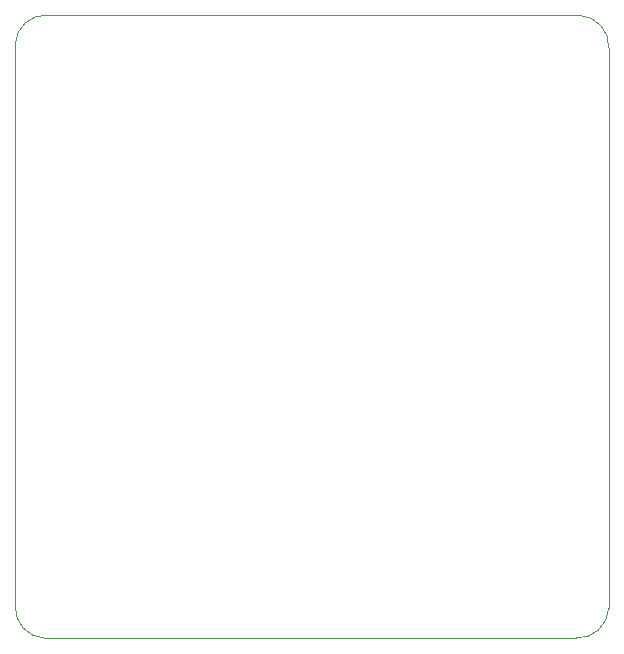
<source format=gbr>
%TF.GenerationSoftware,Altium Limited,Altium Designer,23.5.1 (21)*%
G04 Layer_Color=0*
%FSLAX45Y45*%
%MOMM*%
%TF.SameCoordinates,D1A1A69A-B0F0-4312-96CC-35C0D177272F*%
%TF.FilePolarity,Positive*%
%TF.FileFunction,Profile,NP*%
%TF.Part,Single*%
G01*
G75*
%TA.AperFunction,Profile*%
%ADD88C,0.02540*%
D88*
X8112500Y5137500D02*
G03*
X8362500Y4862500I262500J-12500D01*
G01*
Y4864923D01*
X12861659D01*
D02*
G03*
X13136659Y5114923I12500J262500D01*
G01*
Y9862500D01*
X13137500D01*
D02*
G03*
X12887500Y10137500I-262500J12500D01*
G01*
Y10138744D01*
X8385578D01*
D02*
G03*
X8110578Y9888743I-12500J-262500D01*
G01*
Y5137500D01*
X8112500D01*
%TF.MD5,d6974c3364128c600b2c72f6e21e2bbb*%
M02*

</source>
